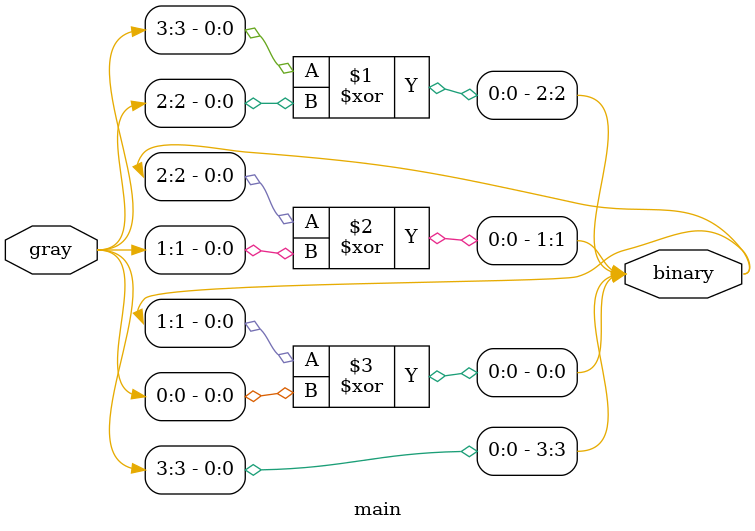
<source format=v>
module main( binary,gray );
	 input [3:0] gray;
	 output [3:0] binary;
	 
	 assign binary[3] = gray[3] ;
	 assign binary[2] = binary[3] ^ gray[2];
	 assign binary[1] = binary[2] ^ gray[1];
	 assign binary[0] = binary[1] ^ gray[0];

endmodule

</source>
